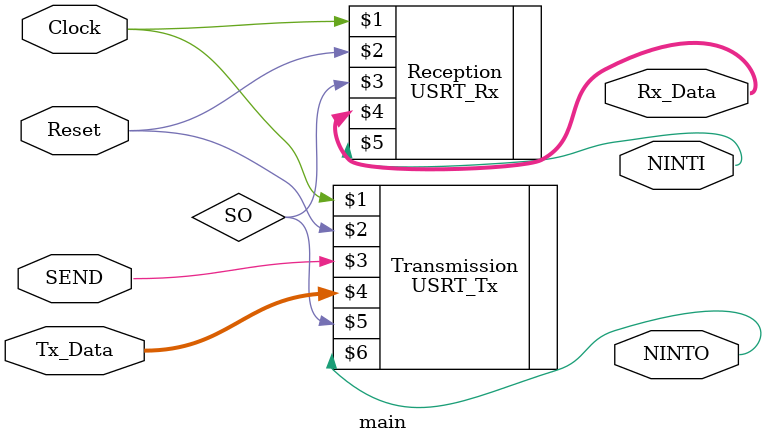
<source format=v>
module main (Clock,Reset,SEND,Tx_Data,NINTO,NINTI,Rx_Data);

input Clock,Reset,SEND;
input [7:0] Tx_Data;
output [7:0] Rx_Data;
output NINTI,NINTO;

wire SO;

USRT_Tx Transmission(Clock, Reset, SEND, Tx_Data, SO, NINTO); 
USRT_Rx Reception(Clock,Reset,SO,Rx_Data, NINTI); 

endmodule

</source>
